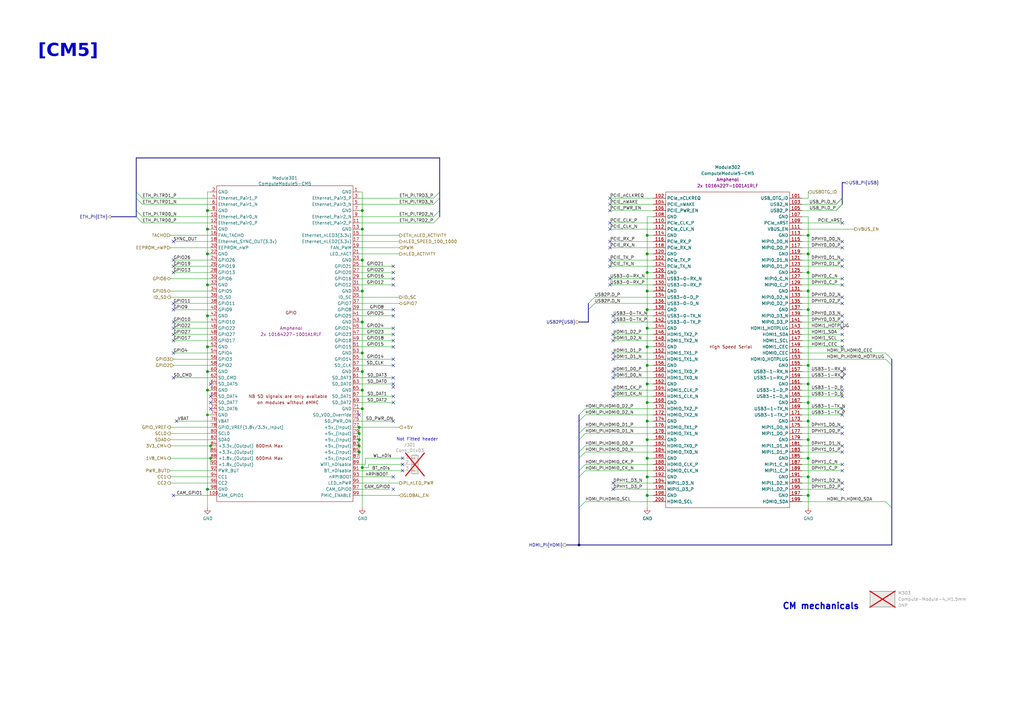
<source format=kicad_sch>
(kicad_sch (version 20231120) (generator "eeschema") (generator_version "8.0")
  (paper "A3")
  (title_block (title "CM5 MINIMA") (date "2024-12-17") (rev "1") (company "Pierluigi Colangeli"))
  (lib_symbols
    (symbol "Connector_Generic:Conn_01x03" (pin_names (offset 1.016) hide)
      (property "Reference" "J" (at 0 5.08 0))
      (property "Value" "Conn_01x03" (at 0 -5.08 0))
      (symbol "Conn_01x03_1_1"
        (rectangle (start -1.27 -2.413) (end 0 -2.667) (stroke (width 0.1524)))
        (rectangle (start -1.27 0.127) (end 0 -0.127) (stroke (width 0.1524)))
        (rectangle (start -1.27 2.667) (end 0 2.413) (stroke (width 0.1524)))
        (rectangle (start -1.27 3.81) (end 1.27 -3.81) (stroke (width 0.254)) (fill (type background)))
        (pin passive line (at -5.08 2.54 0) (length 3.81) (name "Pin_1") (number "1"))
        (pin passive line (at -5.08 0 0) (length 3.81) (name "Pin_2") (number "2"))
        (pin passive line (at -5.08 -2.54 0) (length 3.81) (name "Pin_3") (number "3"))
      )
    )
    (symbol "New_Library:ComputeModule5-CM5_GPIO"
      (property "Reference" "Module301" (at -2.54 61.595 0))
      (property "Value" "ComputeModule5-CM5_GPIO" (at -2.54 59.2836 0))
      (property "Field4" "Amphenol" (at 0 0 0))
      (property "Field5" "2x 10164227-1001A1RLF" (at 0 -2.54 0))
      (symbol "ComputeModule5-CM5_GPIO_1_0"
        (text "GPIO" (at 0 6.35 0) (effects (font (size 1.27 1.27))))
      )
      (symbol "ComputeModule5-CM5_GPIO_1_1"
        (rectangle (start -30.48 -71.12) (end 25.4 58.42))
        (text "600mA Max" (at -8.89 -53.34 0) (effects (font (size 1.27 1.27))))
        (text "600mA Max" (at -8.89 -48.26 0) (effects (font (size 1.27 1.27))))
        (text "NB SD signals are only available" (at -1.27 -27.94 0) (effects (font (size 1.27 1.27))))
        (text "on modules without eMMC" (at -1.27 -30.48 0) (effects (font (size 1.27 1.27))))
        (pin power_in line (at 27.94 55.88 180) (length 2.54) (name "GND") (number "1"))
        (pin passive line (at -33.02 45.72 0) (length 2.54) (name "Ethernet_Pair0_N") (number "10"))
        (pin passive line (at -33.02 -68.58 0) (length 2.54) (name "CAM_GPIO1") (number "100"))
        (pin passive line (at 27.94 43.18 180) (length 2.54) (name "Ethernet_Pair2_P") (number "11"))
        (pin passive line (at -33.02 43.18 0) (length 2.54) (name "Ethernet_Pair0_P") (number "12"))
        (pin power_in line (at 27.94 40.64 180) (length 2.54) (name "GND") (number "13"))
        (pin power_in line (at -33.02 40.64 0) (length 2.54) (name "GND") (number "14"))
        (pin output line (at 27.94 38.1 180) (length 2.54) (name "Ethernet_nLED3(3.3v)") (number "15"))
        (pin input line (at -33.02 38.1 0) (length 2.54) (name "FAN_TACHO") (number "16"))
        (pin output line (at 27.94 35.56 180) (length 2.54) (name "Ethernet_nLED2(3.3v)") (number "17"))
        (pin input line (at -33.02 35.56 0) (length 2.54) (name "Ethernet_SYNC_OUT(3.3v)") (number "18"))
        (pin output line (at 27.94 33.02 180) (length 2.54) (name "FAN_PWM") (number "19"))
        (pin power_in line (at -33.02 55.88 0) (length 2.54) (name "GND") (number "2"))
        (pin passive line (at -33.02 33.02 0) (length 2.54) (name "EEPROM_nWP") (number "20"))
        (pin open_collector line (at 27.94 30.48 180) (length 2.54) (name "LED_nACT") (number "21"))
        (pin power_in line (at -33.02 30.48 0) (length 2.54) (name "GND") (number "22"))
        (pin power_in line (at 27.94 27.94 180) (length 2.54) (name "GND") (number "23"))
        (pin passive line (at -33.02 27.94 0) (length 2.54) (name "GPIO26") (number "24"))
        (pin passive line (at 27.94 25.4 180) (length 2.54) (name "GPIO21") (number "25"))
        (pin passive line (at -33.02 25.4 0) (length 2.54) (name "GPIO19") (number "26"))
        (pin passive line (at 27.94 22.86 180) (length 2.54) (name "GPIO20") (number "27"))
        (pin passive line (at -33.02 22.86 0) (length 2.54) (name "GPIO13") (number "28"))
        (pin passive line (at 27.94 20.32 180) (length 2.54) (name "GPIO16") (number "29"))
        (pin passive line (at 27.94 53.34 180) (length 2.54) (name "Ethernet_Pair3_P") (number "3"))
        (pin passive line (at -33.02 20.32 0) (length 2.54) (name "GPIO6") (number "30"))
        (pin passive line (at 27.94 17.78 180) (length 2.54) (name "GPIO12") (number "31"))
        (pin power_in line (at -33.02 17.78 0) (length 2.54) (name "GND") (number "32"))
        (pin power_in line (at 27.94 15.24 180) (length 2.54) (name "GND") (number "33"))
        (pin passive line (at -33.02 15.24 0) (length 2.54) (name "GPIO5") (number "34"))
        (pin passive line (at 27.94 12.7 180) (length 2.54) (name "ID_SC") (number "35"))
        (pin passive line (at -33.02 12.7 0) (length 2.54) (name "ID_SD") (number "36"))
        (pin passive line (at 27.94 10.16 180) (length 2.54) (name "GPIO7") (number "37"))
        (pin passive line (at -33.02 10.16 0) (length 2.54) (name "GPIO11") (number "38"))
        (pin passive line (at 27.94 7.62 180) (length 2.54) (name "GPIO8") (number "39"))
        (pin passive line (at -33.02 53.34 0) (length 2.54) (name "Ethernet_Pair1_P") (number "4"))
        (pin passive line (at -33.02 7.62 0) (length 2.54) (name "GPIO9") (number "40"))
        (pin passive line (at 27.94 5.08 180) (length 2.54) (name "GPIO25") (number "41"))
        (pin power_in line (at -33.02 5.08 0) (length 2.54) (name "GND") (number "42"))
        (pin power_in line (at 27.94 2.54 180) (length 2.54) (name "GND") (number "43"))
        (pin passive line (at -33.02 2.54 0) (length 2.54) (name "GPIO10") (number "44"))
        (pin passive line (at 27.94 0 180) (length 2.54) (name "GPIO24") (number "45"))
        (pin passive line (at -33.02 0 0) (length 2.54) (name "GPIO22") (number "46"))
        (pin passive line (at 27.94 -2.54 180) (length 2.54) (name "GPIO23") (number "47"))
        (pin passive line (at -33.02 -2.54 0) (length 2.54) (name "GPIO27") (number "48"))
        (pin passive line (at 27.94 -5.08 180) (length 2.54) (name "GPIO18") (number "49"))
        (pin passive line (at 27.94 50.8 180) (length 2.54) (name "Ethernet_Pair3_N") (number "5"))
        (pin passive line (at -33.02 -5.08 0) (length 2.54) (name "GPIO17") (number "50"))
        (pin passive line (at 27.94 -7.62 180) (length 2.54) (name "GPIO15") (number "51"))
        (pin power_in line (at -33.02 -7.62 0) (length 2.54) (name "GND") (number "52"))
        (pin power_in line (at 27.94 -10.16 180) (length 2.54) (name "GND") (number "53"))
        (pin passive line (at -33.02 -10.16 0) (length 2.54) (name "GPIO4") (number "54"))
        (pin passive line (at 27.94 -12.7 180) (length 2.54) (name "GPIO14") (number "55"))
        (pin passive line (at -33.02 -12.7 0) (length 2.54) (name "GPIO3") (number "56"))
        (pin passive line (at 27.94 -15.24 180) (length 2.54) (name "SD_CLK") (number "57"))
        (pin passive line (at -33.02 -15.24 0) (length 2.54) (name "GPIO2") (number "58"))
        (pin power_in line (at 27.94 -17.78 180) (length 2.54) (name "GND") (number "59"))
        (pin passive line (at -33.02 50.8 0) (length 2.54) (name "Ethernet_Pair1_N") (number "6"))
        (pin power_in line (at -33.02 -17.78 0) (length 2.54) (name "GND") (number "60"))
        (pin passive line (at 27.94 -20.32 180) (length 2.54) (name "SD_DAT3") (number "61"))
        (pin passive line (at -33.02 -20.32 0) (length 2.54) (name "SD_CMD") (number "62"))
        (pin passive line (at 27.94 -22.86 180) (length 2.54) (name "SD_DAT0") (number "63"))
        (pin passive line (at -33.02 -22.86 0) (length 2.54) (name "SD_DAT5") (number "64"))
        (pin power_in line (at 27.94 -25.4 180) (length 2.54) (name "GND") (number "65"))
        (pin power_in line (at -33.02 -25.4 0) (length 2.54) (name "GND") (number "66"))
        (pin passive line (at 27.94 -27.94 180) (length 2.54) (name "SD_DAT1") (number "67"))
        (pin passive line (at -33.02 -27.94 0) (length 2.54) (name "SD_DAT4") (number "68"))
        (pin passive line (at 27.94 -30.48 180) (length 2.54) (name "SD_DAT2") (number "69"))
        (pin power_in line (at 27.94 48.26 180) (length 2.54) (name "GND") (number "7"))
        (pin passive line (at -33.02 -30.48 0) (length 2.54) (name "SD_DAT7") (number "70"))
        (pin power_in line (at 27.94 -33.02 180) (length 2.54) (name "GND") (number "71"))
        (pin passive line (at -33.02 -33.02 0) (length 2.54) (name "SD_DAT6") (number "72"))
        (pin input line (at 27.94 -35.56 180) (length 2.54) (name "SD_VDD_Override") (number "73"))
        (pin power_in line (at -33.02 -35.56 0) (length 2.54) (name "GND") (number "74"))
        (pin output line (at 27.94 -38.1 180) (length 2.54) (name "SD_PWR_ON") (number "75"))
        (pin passive line (at -33.02 -38.1 0) (length 2.54) (name "VBAT") (number "76"))
        (pin power_in line (at 27.94 -40.64 180) (length 2.54) (name "+5v_(Input)") (number "77"))
        (pin power_in line (at -33.02 -40.64 0) (length 2.54) (name "GPIO_VREF(1.8v/3.3v_Input)") (number "78"))
        (pin power_in line (at 27.94 -43.18 180) (length 2.54) (name "+5v_(Input)") (number "79"))
        (pin power_in line (at -33.02 48.26 0) (length 2.54) (name "GND") (number "8"))
        (pin passive line (at -33.02 -43.18 0) (length 2.54) (name "SCL0") (number "80"))
        (pin power_in line (at 27.94 -45.72 180) (length 2.54) (name "+5v_(Input)") (number "81"))
        (pin passive line (at -33.02 -45.72 0) (length 2.54) (name "SDA0") (number "82"))
        (pin power_in line (at 27.94 -48.26 180) (length 2.54) (name "+5v_(Input)") (number "83"))
        (pin power_out line (at -33.02 -48.26 0) (length 2.54) (name "+3.3v_(Output)") (number "84"))
        (pin power_in line (at 27.94 -50.8 180) (length 2.54) (name "+5v_(Input)") (number "85"))
        (pin passive line (at -33.02 -50.8 0) (length 2.54) (name "+3.3v_(Output)") (number "86"))
        (pin power_in line (at 27.94 -53.34 180) (length 2.54) (name "+5v_(Input)") (number "87"))
        (pin power_out line (at -33.02 -53.34 0) (length 2.54) (name "+1.8v_(Output)") (number "88"))
        (pin input line (at 27.94 -55.88 180) (length 2.54) (name "WiFi_nDisable") (number "89"))
        (pin passive line (at 27.94 45.72 180) (length 2.54) (name "Ethernet_Pair2_N") (number "9"))
        (pin passive line (at -33.02 -55.88 0) (length 2.54) (name "+1.8v_(Output)") (number "90"))
        (pin input line (at 27.94 -58.42 180) (length 2.54) (name "BT_nDisable") (number "91"))
        (pin passive line (at -33.02 -58.42 0) (length 2.54) (name "PWR_BUT") (number "92"))
        (pin input line (at 27.94 -60.96 180) (length 2.54) (name "nRPIBOOT") (number "93"))
        (pin passive line (at -33.02 -60.96 0) (length 2.54) (name "CC1") (number "94"))
        (pin output line (at 27.94 -63.5 180) (length 2.54) (name "LED_nPWR") (number "95"))
        (pin passive line (at -33.02 -63.5 0) (length 2.54) (name "CC2") (number "96"))
        (pin passive line (at 27.94 -66.04 180) (length 2.54) (name "CAM_GPIO0") (number "97"))
        (pin power_in line (at -33.02 -66.04 0) (length 2.54) (name "GND") (number "98"))
        (pin input line (at 27.94 -68.58 180) (length 2.54) (name "PMIC_ENABLE") (number "99"))
      )
    )
    (symbol "New_Library:ComputeModule5-CM5_HSS"
      (property "Reference" "Module301" (at -2.54 61.595 0))
      (property "Value" "ComputeModule5-CM5" (at -2.54 59.2836 0))
      (property "Field4" "Amphenol" (at 1.27 2.54 0))
      (property "Field5" "2x 10164227-1001A1RLF" (at 1.27 0 0))
      (symbol "ComputeModule5-CM5_HSS_1_1"
        (rectangle (start -25.4 -72.39) (end 25.4 57.15))
        (text "High Speed Serial" (at 1.27 -6.35 0) (effects (font (size 1.27 1.27))))
        (pin input line (at 30.48 54.61 180) (length 5.08) (name "USB_OTG_ID") (number "101"))
        (pin input line (at -30.48 54.61 0) (length 5.08) (name "PCIe_nCLKREQ") (number "102"))
        (pin passive line (at 30.48 52.07 180) (length 5.08) (name "USB2_N") (number "103"))
        (pin input line (at -30.48 52.07 0) (length 5.08) (name "PCIE_nWAKE") (number "104"))
        (pin passive line (at 30.48 49.53 180) (length 5.08) (name "USB2_P") (number "105"))
        (pin output line (at -30.48 49.53 0) (length 5.08) (name "PCIE_PWR_EN") (number "106"))
        (pin power_in line (at 30.48 46.99 180) (length 5.08) (name "GND") (number "107"))
        (pin power_in line (at -30.48 46.99 0) (length 5.08) (name "GND") (number "108"))
        (pin output line (at 30.48 44.45 180) (length 5.08) (name "PCIe_nRST") (number "109"))
        (pin output line (at -30.48 44.45 0) (length 5.08) (name "PCIe_CLK_P") (number "110"))
        (pin output line (at 30.48 41.91 180) (length 5.08) (name "VBUS_EN") (number "111"))
        (pin output line (at -30.48 41.91 0) (length 5.08) (name "PCIe_CLK_N") (number "112"))
        (pin power_in line (at 30.48 39.37 180) (length 5.08) (name "GND") (number "113"))
        (pin power_in line (at -30.48 39.37 0) (length 5.08) (name "GND") (number "114"))
        (pin input line (at 30.48 36.83 180) (length 5.08) (name "MIPI0_D0_N") (number "115"))
        (pin input line (at -30.48 36.83 0) (length 5.08) (name "PCIe_RX_P") (number "116"))
        (pin input line (at 30.48 34.29 180) (length 5.08) (name "MIPI0_D0_P") (number "117"))
        (pin input line (at -30.48 34.29 0) (length 5.08) (name "PCIe_RX_N") (number "118"))
        (pin power_in line (at 30.48 31.75 180) (length 5.08) (name "GND") (number "119"))
        (pin power_in line (at -30.48 31.75 0) (length 5.08) (name "GND") (number "120"))
        (pin input line (at 30.48 29.21 180) (length 5.08) (name "MIPI0_D1_N") (number "121"))
        (pin output line (at -30.48 29.21 0) (length 5.08) (name "PCIe_TX_P") (number "122"))
        (pin input line (at 30.48 26.67 180) (length 5.08) (name "MIPI0_D1_P") (number "123"))
        (pin output line (at -30.48 26.67 0) (length 5.08) (name "PCIe_TX_N") (number "124"))
        (pin power_in line (at 30.48 24.13 180) (length 5.08) (name "GND") (number "125"))
        (pin power_in line (at -30.48 24.13 0) (length 5.08) (name "GND") (number "126"))
        (pin input line (at 30.48 21.59 180) (length 5.08) (name "MIPI0_C_N") (number "127"))
        (pin input line (at -30.48 21.59 0) (length 5.08) (name "USB3-0-RX_N") (number "128"))
        (pin input line (at 30.48 19.05 180) (length 5.08) (name "MIPI0_C_P") (number "129"))
        (pin input line (at -30.48 19.05 0) (length 5.08) (name "USB3-0-RX_P") (number "130"))
        (pin power_in line (at 30.48 16.51 180) (length 5.08) (name "GND") (number "131"))
        (pin power_in line (at -30.48 16.51 0) (length 5.08) (name "GND") (number "132"))
        (pin input line (at 30.48 13.97 180) (length 5.08) (name "MIPI0_D2_N") (number "133"))
        (pin passive line (at -30.48 13.97 0) (length 5.08) (name "USB3-0-D_P") (number "134"))
        (pin input line (at 30.48 11.43 180) (length 5.08) (name "MIPI0_D2_P") (number "135"))
        (pin passive line (at -30.48 11.43 0) (length 5.08) (name "USB3-0-D_N") (number "136"))
        (pin power_in line (at 30.48 8.89 180) (length 5.08) (name "GND") (number "137"))
        (pin power_in line (at -30.48 8.89 0) (length 5.08) (name "GND") (number "138"))
        (pin input line (at 30.48 6.35 180) (length 5.08) (name "MIPI0_D3_N") (number "139"))
        (pin output line (at -30.48 6.35 0) (length 5.08) (name "USB3-0-TX_N") (number "140"))
        (pin input line (at 30.48 3.81 180) (length 5.08) (name "MIPI0_D3_P") (number "141"))
        (pin output line (at -30.48 3.81 0) (length 5.08) (name "USB3-0-TX_P") (number "142"))
        (pin input line (at 30.48 1.27 180) (length 5.08) (name "HDMI1_HOTPLUG") (number "143"))
        (pin power_in line (at -30.48 1.27 0) (length 5.08) (name "GND") (number "144"))
        (pin bidirectional line (at 30.48 -1.27 180) (length 5.08) (name "HDMI1_SDA") (number "145"))
        (pin output line (at -30.48 -1.27 0) (length 5.08) (name "HDMI1_TX2_P") (number "146"))
        (pin open_collector line (at 30.48 -3.81 180) (length 5.08) (name "HDMI1_SCL") (number "147"))
        (pin output line (at -30.48 -3.81 0) (length 5.08) (name "HDMI1_TX2_N") (number "148"))
        (pin open_collector line (at 30.48 -6.35 180) (length 5.08) (name "HDMI1_CEC") (number "149"))
        (pin power_in line (at -30.48 -6.35 0) (length 5.08) (name "GND") (number "150"))
        (pin open_collector line (at 30.48 -8.89 180) (length 5.08) (name "HDMI0_CEC") (number "151"))
        (pin output line (at -30.48 -8.89 0) (length 5.08) (name "HDMI1_TX1_P") (number "152"))
        (pin input line (at 30.48 -11.43 180) (length 5.08) (name "HDMI0_HOTPLUG") (number "153"))
        (pin output line (at -30.48 -11.43 0) (length 5.08) (name "HDMI1_TX1_N") (number "154"))
        (pin power_in line (at 30.48 -13.97 180) (length 5.08) (name "GND") (number "155"))
        (pin power_in line (at -30.48 -13.97 0) (length 5.08) (name "GND") (number "156"))
        (pin input line (at 30.48 -16.51 180) (length 5.08) (name "USB3-1-RX_N") (number "157"))
        (pin output line (at -30.48 -16.51 0) (length 5.08) (name "HDMI1_TX0_P") (number "158"))
        (pin input line (at 30.48 -19.05 180) (length 5.08) (name "USB3-1-RX_P") (number "159"))
        (pin output line (at -30.48 -19.05 0) (length 5.08) (name "HDMI1_TX0_N") (number "160"))
        (pin power_in line (at 30.48 -21.59 180) (length 5.08) (name "GND") (number "161"))
        (pin power_in line (at -30.48 -21.59 0) (length 5.08) (name "GND") (number "162"))
        (pin passive line (at 30.48 -24.13 180) (length 5.08) (name "USB3-1-D_P") (number "163"))
        (pin output line (at -30.48 -24.13 0) (length 5.08) (name "HDMI1_CLK_P") (number "164"))
        (pin passive line (at 30.48 -26.67 180) (length 5.08) (name "USB3-1-D_N") (number "165"))
        (pin output line (at -30.48 -26.67 0) (length 5.08) (name "HDMI1_CLK_N") (number "166"))
        (pin power_in line (at 30.48 -29.21 180) (length 5.08) (name "GND") (number "167"))
        (pin power_in line (at -30.48 -29.21 0) (length 5.08) (name "GND") (number "168"))
        (pin output line (at 30.48 -31.75 180) (length 5.08) (name "USB3-1-TX_N") (number "169"))
        (pin output line (at -30.48 -31.75 0) (length 5.08) (name "HDMI0_TX2_P") (number "170"))
        (pin output line (at 30.48 -34.29 180) (length 5.08) (name "USB3-1-TX_P") (number "171"))
        (pin output line (at -30.48 -34.29 0) (length 5.08) (name "HDMI0_TX2_N") (number "172"))
        (pin power_in line (at 30.48 -36.83 180) (length 5.08) (name "GND") (number "173"))
        (pin power_in line (at -30.48 -36.83 0) (length 5.08) (name "GND") (number "174"))
        (pin output line (at 30.48 -39.37 180) (length 5.08) (name "MIPI1_D0_N") (number "175"))
        (pin output line (at -30.48 -39.37 0) (length 5.08) (name "HDMI0_TX1_P") (number "176"))
        (pin output line (at 30.48 -41.91 180) (length 5.08) (name "MIPI1_D0_P") (number "177"))
        (pin output line (at -30.48 -41.91 0) (length 5.08) (name "HDMI0_TX1_N") (number "178"))
        (pin power_in line (at 30.48 -44.45 180) (length 5.08) (name "GND") (number "179"))
        (pin power_in line (at -30.48 -44.45 0) (length 5.08) (name "GND") (number "180"))
        (pin output line (at 30.48 -46.99 180) (length 5.08) (name "MIPI1_D1_N") (number "181"))
        (pin output line (at -30.48 -46.99 0) (length 5.08) (name "HDMI0_TX0_P") (number "182"))
        (pin output line (at 30.48 -49.53 180) (length 5.08) (name "MIPI1_D1_P") (number "183"))
        (pin output line (at -30.48 -49.53 0) (length 5.08) (name "HDMI0_TX0_N") (number "184"))
        (pin power_in line (at 30.48 -52.07 180) (length 5.08) (name "GND") (number "185"))
        (pin power_in line (at -30.48 -52.07 0) (length 5.08) (name "GND") (number "186"))
        (pin output line (at 30.48 -54.61 180) (length 5.08) (name "MIPI1_C_N") (number "187"))
        (pin output line (at -30.48 -54.61 0) (length 5.08) (name "HDMI0_CLK_P") (number "188"))
        (pin output line (at 30.48 -57.15 180) (length 5.08) (name "MIPI1_C_P") (number "189"))
        (pin output line (at -30.48 -57.15 0) (length 5.08) (name "HDMI0_CLK_N") (number "190"))
        (pin power_in line (at 30.48 -59.69 180) (length 5.08) (name "GND") (number "191"))
        (pin power_in line (at -30.48 -59.69 0) (length 5.08) (name "GND") (number "192"))
        (pin output line (at 30.48 -62.23 180) (length 5.08) (name "MIPI1_D2_N") (number "193"))
        (pin output line (at -30.48 -62.23 0) (length 5.08) (name "MIPI1_D3_N") (number "194"))
        (pin output line (at 30.48 -64.77 180) (length 5.08) (name "MIPI1_D2_P") (number "195"))
        (pin output line (at -30.48 -64.77 0) (length 5.08) (name "MIPI1_D3_P") (number "196"))
        (pin power_in line (at 30.48 -67.31 180) (length 5.08) (name "GND") (number "197"))
        (pin power_in line (at -30.48 -67.31 0) (length 5.08) (name "GND") (number "198"))
        (pin bidirectional line (at 30.48 -69.85 180) (length 5.08) (name "HDMI0_SDA") (number "199"))
        (pin open_collector line (at -30.48 -69.85 0) (length 5.08) (name "HDMI0_SCL") (number "200"))
      )
    )
    (symbol "antmicroModules:Compute-Module-4_H1.5mm" (in_bom no)
      (property "Reference" "A" (at 17.78 -2.54 0))
      (property "MPN" "SC0294" (at 21.59 -20.32 0))
      (symbol "Compute-Module-4_H1.5mm_1_1"
        (rectangle (start 10.16 -6.35) (end 0 0) (stroke (width 0.254)) (fill (type background)))
      )
    )
    (symbol "power:GND" (power) (pin_numbers hide) (pin_names (offset 0) hide)
      (property "Value" "GND" (at 0 -3.81 0))
      (symbol "GND_0_1"
        (polyline (pts (xy 0 0) (xy 0 -1.27) (xy 1.27 -1.27) (xy 0 -2.54) (xy -1.27 -1.27) (xy 0 -1.27)))
      )
      (symbol "GND_1_1"
        (pin power_in line (at 0 0 270) (length 0) (name "~") (number "1"))
      )
    )
  )
  (junction (at 331.47 119.38) (diameter 1.016))
  (junction (at 331.47 172.72) (diameter 1.016))
  (junction (at 331.47 195.58) (diameter 1.016))
  (junction (at 148.59 167.64) (diameter 1.016))
  (junction (at 85.09 93.98) (diameter 1.016))
  (junction (at 265.43 172.72) (diameter 1.016))
  (junction (at 147.32 185.42) (diameter 1.016))
  (junction (at 147.32 177.8) (diameter 1.016))
  (junction (at 265.43 119.38) (diameter 1.016))
  (junction (at 85.09 104.14) (diameter 1.016))
  (junction (at 148.59 191.77) (diameter 1.016))
  (junction (at 148.59 144.78) (diameter 1.016))
  (junction (at 148.59 86.36) (diameter 1.016))
  (junction (at 147.32 182.88) (diameter 1.016))
  (junction (at 265.43 134.62) (diameter 1.016))
  (junction (at 265.43 187.96) (diameter 1.016))
  (junction (at 265.43 157.48) (diameter 1.016))
  (junction (at 265.43 165.1) (diameter 1.016))
  (junction (at 85.09 129.54) (diameter 1.016))
  (junction (at 86.36 187.96))
  (junction (at 265.43 203.2) (diameter 1.016))
  (junction (at 148.59 119.38) (diameter 1.016))
  (junction (at 148.59 93.98) (diameter 1.016))
  (junction (at 331.47 104.14) (diameter 1.016))
  (junction (at 265.43 149.86) (diameter 1.016))
  (junction (at 331.47 165.1) (diameter 1.016))
  (junction (at 85.09 142.24) (diameter 1.016))
  (junction (at 147.32 180.34) (diameter 1.016))
  (junction (at 265.43 142.24) (diameter 1.016))
  (junction (at 331.47 127) (diameter 1.016))
  (junction (at 331.47 180.34) (diameter 1.016))
  (junction (at 86.36 182.88))
  (junction (at 265.43 96.52) (diameter 1.016))
  (junction (at 237.49 223.52))
  (junction (at 148.59 152.4) (diameter 1.016))
  (junction (at 85.09 200.66) (diameter 1.016))
  (junction (at 265.43 127) (diameter 1.016))
  (junction (at 148.59 106.68) (diameter 1.016))
  (junction (at 265.43 180.34) (diameter 1.016))
  (junction (at 147.32 175.26) (diameter 1.016))
  (junction (at 85.09 170.18))
  (junction (at 148.59 132.08) (diameter 1.016))
  (junction (at 265.43 195.58) (diameter 1.016))
  (junction (at 85.09 116.84) (diameter 1.016))
  (junction (at 265.43 111.76) (diameter 1.016))
  (junction (at 148.59 160.02) (diameter 1.016))
  (junction (at 85.09 152.4) (diameter 1.016))
  (junction (at 331.47 111.76) (diameter 1.016))
  (junction (at 331.47 149.86) (diameter 1.016))
  (junction (at 331.47 187.96) (diameter 1.016))
  (junction (at 85.09 160.02) (diameter 1.016))
  (junction (at 85.09 86.36) (diameter 1.016))
  (junction (at 331.47 157.48) (diameter 1.016))
  (junction (at 331.47 203.2) (diameter 1.016))
  (junction (at 265.43 104.14) (diameter 1.016))
  (junction (at 331.47 96.52) (diameter 1.016))
  (no_connect (at 345.44 116.84))
  (no_connect (at 161.29 162.56))
  (no_connect (at 71.12 154.94))
  (no_connect (at 345.44 182.88))
  (no_connect (at 345.44 190.5))
  (no_connect (at 345.44 154.94))
  (no_connect (at 345.44 99.06))
  (no_connect (at 251.46 160.02))
  (no_connect (at 345.44 106.68))
  (no_connect (at 161.29 109.22))
  (no_connect (at 345.44 193.04))
  (no_connect (at 251.46 137.16))
  (no_connect (at 161.29 200.66))
  (no_connect (at 161.29 127))
  (no_connect (at 345.44 121.92))
  (no_connect (at 250.19 109.22))
  (no_connect (at 345.44 124.46))
  (no_connect (at 345.44 170.18))
  (no_connect (at 345.44 101.6))
  (no_connect (at 345.44 175.26))
  (no_connect (at 147.32 170.18))
  (no_connect (at 345.44 109.22))
  (no_connect (at 71.12 134.62))
  (no_connect (at 86.36 157.48))
  (no_connect (at 161.29 149.86))
  (no_connect (at 86.36 167.64))
  (no_connect (at 161.29 134.62))
  (no_connect (at 71.12 111.76))
  (no_connect (at 250.19 99.06))
  (no_connect (at 250.19 81.28))
  (no_connect (at 345.44 139.7))
  (no_connect (at 161.29 129.54))
  (no_connect (at 345.44 162.56))
  (no_connect (at 161.29 142.24))
  (no_connect (at 161.29 195.58))
  (no_connect (at 251.46 198.12))
  (no_connect (at 345.44 185.42))
  (no_connect (at 161.29 154.94))
  (no_connect (at 71.12 137.16))
  (no_connect (at 71.12 127))
  (no_connect (at 250.19 106.68))
  (no_connect (at 250.19 91.44))
  (no_connect (at 161.29 114.3))
  (no_connect (at 251.46 132.08))
  (no_connect (at 345.44 160.02))
  (no_connect (at 71.12 109.22))
  (no_connect (at 251.46 154.94))
  (no_connect (at 345.44 152.4))
  (no_connect (at 345.44 137.16))
  (no_connect (at 71.12 203.2))
  (no_connect (at 165.1 187.96))
  (no_connect (at 345.44 129.54))
  (no_connect (at 250.19 93.98))
  (no_connect (at 250.19 114.3))
  (no_connect (at 86.36 165.1))
  (no_connect (at 161.29 158.75))
  (no_connect (at 71.12 124.46))
  (no_connect (at 71.12 132.08))
  (no_connect (at 165.1 190.5))
  (no_connect (at 72.39 172.72))
  (no_connect (at 251.46 200.66))
  (no_connect (at 251.46 129.54))
  (no_connect (at 250.19 83.82))
  (no_connect (at 345.44 167.64))
  (no_connect (at 161.29 157.48))
  (no_connect (at 251.46 152.4))
  (no_connect (at 161.29 139.7))
  (no_connect (at 71.12 106.68))
  (no_connect (at 251.46 144.78))
  (no_connect (at 165.1 193.04))
  (no_connect (at 71.12 99.06))
  (no_connect (at 345.44 198.12))
  (no_connect (at 250.19 86.36))
  (no_connect (at 345.44 177.8))
  (no_connect (at 161.29 111.76))
  (no_connect (at 161.29 137.16))
  (no_connect (at 161.29 116.84))
  (no_connect (at 345.44 200.66))
  (no_connect (at 71.12 144.78))
  (no_connect (at 251.46 162.56))
  (no_connect (at 161.29 147.32))
  (no_connect (at 251.46 147.32))
  (no_connect (at 250.19 116.84))
  (no_connect (at 251.46 139.7))
  (no_connect (at 71.12 139.7))
  (no_connect (at 161.29 165.1))
  (no_connect (at 161.29 172.72))
  (no_connect (at 345.44 91.44))
  (no_connect (at 345.44 114.3))
  (no_connect (at 345.44 132.08))
  (no_connect (at 250.19 101.6))
  (no_connect (at 86.36 162.56))
  (no_connect (at 345.44 142.24))
  (no_connect (at 345.44 134.62))
  (bus_entry (at 55.88 86.36) (size 2.54 2.54))
  (bus_entry (at 345.44 83.82) (size -2.54 2.54))
  (bus_entry (at 177.8 91.44) (size 2.54 -2.54))
  (bus_entry (at 342.9 83.82) (size 2.54 -2.54))
  (bus_entry (at 55.88 88.9) (size 2.54 2.54))
  (bus_entry (at 342.9 86.36) (size 2.54 -2.54))
  (bus_entry (at 363.22 144.78) (size 2.54 2.54))
  (bus_entry (at 55.88 81.28) (size 2.54 2.54))
  (bus_entry (at 177.8 81.28) (size 2.54 -2.54))
  (bus_entry (at 240.03 205.74) (size -2.54 2.54))
  (bus_entry (at 240.03 182.88) (size -2.54 2.54))
  (bus_entry (at 241.3 124.46) (size 2.54 -2.54))
  (bus_entry (at 240.03 170.18) (size -2.54 2.54))
  (bus_entry (at 241.3 127) (size 2.54 -2.54))
  (bus_entry (at 345.44 81.28) (size -2.54 2.54))
  (bus_entry (at 55.88 78.74) (size 2.54 2.54))
  (bus_entry (at 240.03 175.26) (size -2.54 2.54))
  (bus_entry (at 177.8 88.9) (size 2.54 -2.54))
  (bus_entry (at 240.03 193.04) (size -2.54 2.54))
  (bus_entry (at 240.03 185.42) (size -2.54 2.54))
  (bus_entry (at 363.22 205.74) (size 2.54 2.54))
  (bus_entry (at 240.03 177.8) (size -2.54 2.54))
  (bus_entry (at 363.22 147.32) (size 2.54 2.54))
  (bus_entry (at 240.03 190.5) (size -2.54 2.54))
  (bus_entry (at 177.8 83.82) (size 2.54 -2.54))
  (bus_entry (at 240.03 167.64) (size -2.54 2.54))
  (wire (pts (xy 251.46 139.7) (xy 267.97 139.7)))
  (wire (pts (xy 85.09 93.98) (xy 85.09 86.36)))
  (wire (pts (xy 250.19 106.68) (xy 267.97 106.68)))
  (bus (pts (xy 237.49 187.96) (xy 237.49 193.04)))
  (wire (pts (xy 147.32 203.2) (xy 163.83 203.2)))
  (wire (pts (xy 149.86 187.96) (xy 165.1 187.96)))
  (wire (pts (xy 148.59 78.74) (xy 148.59 86.36)))
  (wire (pts (xy 69.85 96.52) (xy 86.36 96.52)))
  (wire (pts (xy 240.03 182.88) (xy 267.97 182.88)))
  (wire (pts (xy 69.85 177.8) (xy 86.36 177.8)))
  (wire (pts (xy 85.09 152.4) (xy 85.09 160.02)))
  (wire (pts (xy 85.09 116.84) (xy 86.36 116.84)))
  (bus (pts (xy 237.49 185.42) (xy 237.49 187.96)))
  (wire (pts (xy 331.47 172.72) (xy 331.47 180.34)))
  (bus (pts (xy 55.88 81.28) (xy 55.88 86.36)))
  (wire (pts (xy 331.47 187.96) (xy 331.47 195.58)))
  (wire (pts (xy 251.46 129.54) (xy 267.97 129.54)))
  (wire (pts (xy 251.46 200.66) (xy 267.97 200.66)))
  (wire (pts (xy 267.97 162.56) (xy 251.46 162.56)))
  (wire (pts (xy 328.93 152.4) (xy 345.44 152.4)))
  (wire (pts (xy 71.12 127) (xy 86.36 127)))
  (wire (pts (xy 328.93 86.36) (xy 342.9 86.36)))
  (wire (pts (xy 331.47 127) (xy 331.47 119.38)))
  (wire (pts (xy 265.43 195.58) (xy 265.43 203.2)))
  (wire (pts (xy 85.09 116.84) (xy 85.09 129.54)))
  (bus (pts (xy 180.34 81.28) (xy 180.34 86.36)))
  (wire (pts (xy 147.32 96.52) (xy 163.83 96.52)))
  (wire (pts (xy 58.42 88.9) (xy 86.36 88.9)))
  (wire (pts (xy 69.85 187.96) (xy 86.36 187.96)))
  (wire (pts (xy 147.32 114.3) (xy 161.29 114.3)))
  (wire (pts (xy 161.29 149.86) (xy 147.32 149.86)))
  (wire (pts (xy 265.43 96.52) (xy 265.43 104.14)))
  (wire (pts (xy 328.93 165.1) (xy 331.47 165.1)))
  (wire (pts (xy 69.85 193.04) (xy 86.36 193.04)))
  (wire (pts (xy 85.09 160.02) (xy 85.09 170.18)))
  (wire (pts (xy 328.93 149.86) (xy 331.47 149.86)))
  (wire (pts (xy 331.47 203.2) (xy 331.47 208.28)))
  (wire (pts (xy 58.42 83.82) (xy 86.36 83.82)))
  (wire (pts (xy 147.32 198.12) (xy 163.83 198.12)))
  (wire (pts (xy 251.46 154.94) (xy 267.97 154.94)))
  (wire (pts (xy 267.97 203.2) (xy 265.43 203.2)))
  (wire (pts (xy 250.19 93.98) (xy 267.97 93.98)))
  (bus (pts (xy 232.41 223.52) (xy 237.49 223.52)))
  (wire (pts (xy 328.93 139.7) (xy 345.44 139.7)))
  (wire (pts (xy 328.93 109.22) (xy 345.44 109.22)))
  (bus (pts (xy 241.3 124.46) (xy 241.3 127)))
  (wire (pts (xy 147.32 175.26) (xy 163.83 175.26)))
  (wire (pts (xy 331.47 195.58) (xy 331.47 203.2)))
  (wire (pts (xy 85.09 142.24) (xy 85.09 152.4)))
  (wire (pts (xy 331.47 78.74) (xy 331.47 81.28)))
  (wire (pts (xy 147.32 86.36) (xy 148.59 86.36)))
  (wire (pts (xy 331.47 180.34) (xy 331.47 187.96)))
  (bus (pts (xy 345.44 81.28) (xy 345.44 83.82)))
  (wire (pts (xy 148.59 78.74) (xy 147.32 78.74)))
  (wire (pts (xy 328.93 185.42) (xy 345.44 185.42)))
  (wire (pts (xy 328.93 96.52) (xy 331.47 96.52)))
  (wire (pts (xy 147.32 152.4) (xy 148.59 152.4)))
  (wire (pts (xy 147.32 116.84) (xy 161.29 116.84)))
  (wire (pts (xy 147.32 157.48) (xy 161.29 157.48)))
  (wire (pts (xy 328.93 142.24) (xy 345.44 142.24)))
  (wire (pts (xy 328.93 157.48) (xy 331.47 157.48)))
  (wire (pts (xy 69.85 114.3) (xy 86.36 114.3)))
  (wire (pts (xy 265.43 119.38) (xy 267.97 119.38)))
  (bus (pts (xy 55.88 86.36) (xy 55.88 88.9)))
  (wire (pts (xy 328.93 127) (xy 331.47 127)))
  (wire (pts (xy 147.32 139.7) (xy 161.29 139.7)))
  (wire (pts (xy 148.59 93.98) (xy 148.59 106.68)))
  (wire (pts (xy 250.19 114.3) (xy 267.97 114.3)))
  (wire (pts (xy 147.32 134.62) (xy 161.29 134.62)))
  (wire (pts (xy 147.32 182.88) (xy 147.32 185.42)))
  (wire (pts (xy 331.47 104.14) (xy 331.47 96.52)))
  (wire (pts (xy 85.09 200.66) (xy 85.09 208.28)))
  (wire (pts (xy 331.47 127) (xy 331.47 149.86)))
  (bus (pts (xy 180.34 64.77) (xy 180.34 78.74)))
  (wire (pts (xy 69.85 101.6) (xy 86.36 101.6)))
  (wire (pts (xy 147.32 175.26) (xy 147.32 177.8)))
  (wire (pts (xy 328.93 147.32) (xy 363.22 147.32)))
  (wire (pts (xy 331.47 157.48) (xy 331.47 165.1)))
  (wire (pts (xy 251.46 198.12) (xy 267.97 198.12)))
  (wire (pts (xy 265.43 88.9) (xy 265.43 96.52)))
  (wire (pts (xy 265.43 149.86) (xy 267.97 149.86)))
  (wire (pts (xy 151.13 190.5) (xy 165.1 190.5)))
  (wire (pts (xy 267.97 101.6) (xy 250.19 101.6)))
  (bus (pts (xy 237.49 172.72) (xy 237.49 177.8)))
  (wire (pts (xy 71.12 144.78) (xy 86.36 144.78)))
  (wire (pts (xy 328.93 190.5) (xy 345.44 190.5)))
  (wire (pts (xy 250.19 116.84) (xy 267.97 116.84)))
  (wire (pts (xy 161.29 154.94) (xy 147.32 154.94)))
  (wire (pts (xy 148.59 106.68) (xy 148.59 119.38)))
  (wire (pts (xy 251.46 147.32) (xy 267.97 147.32)))
  (wire (pts (xy 328.93 93.98) (xy 350.52 93.98)))
  (bus (pts (xy 55.88 64.77) (xy 55.88 78.74)))
  (wire (pts (xy 147.32 167.64) (xy 148.59 167.64)))
  (wire (pts (xy 251.46 137.16) (xy 267.97 137.16)))
  (wire (pts (xy 250.19 91.44) (xy 267.97 91.44)))
  (wire (pts (xy 265.43 104.14) (xy 265.43 111.76)))
  (wire (pts (xy 86.36 190.5) (xy 86.36 187.96)))
  (wire (pts (xy 147.32 195.58) (xy 161.29 195.58)))
  (wire (pts (xy 71.12 147.32) (xy 86.36 147.32)))
  (wire (pts (xy 328.93 198.12) (xy 345.44 198.12)))
  (wire (pts (xy 69.85 121.92) (xy 86.36 121.92)))
  (wire (pts (xy 243.84 121.92) (xy 267.97 121.92)))
  (wire (pts (xy 240.03 190.5) (xy 267.97 190.5)))
  (wire (pts (xy 147.32 93.98) (xy 148.59 93.98)))
  (bus (pts (xy 55.88 78.74) (xy 55.88 81.28)))
  (wire (pts (xy 71.12 111.76) (xy 86.36 111.76)))
  (wire (pts (xy 147.32 104.14) (xy 163.83 104.14)))
  (wire (pts (xy 85.09 170.18) (xy 85.09 200.66)))
  (wire (pts (xy 69.85 198.12) (xy 86.36 198.12)))
  (wire (pts (xy 149.86 190.5) (xy 149.86 187.96)))
  (wire (pts (xy 251.46 160.02) (xy 267.97 160.02)))
  (wire (pts (xy 148.59 191.77) (xy 151.13 191.77)))
  (bus (pts (xy 237.49 195.58) (xy 237.49 208.28)))
  (bus (pts (xy 241.3 127) (xy 241.3 132.08)))
  (wire (pts (xy 148.59 167.64) (xy 148.59 191.77)))
  (wire (pts (xy 147.32 190.5) (xy 149.86 190.5)))
  (wire (pts (xy 147.32 99.06) (xy 163.83 99.06)))
  (wire (pts (xy 328.93 106.68) (xy 345.44 106.68)))
  (wire (pts (xy 328.93 200.66) (xy 345.44 200.66)))
  (wire (pts (xy 331.47 165.1) (xy 331.47 172.72)))
  (wire (pts (xy 147.32 111.76) (xy 161.29 111.76)))
  (wire (pts (xy 328.93 119.38) (xy 331.47 119.38)))
  (wire (pts (xy 331.47 81.28) (xy 328.93 81.28)))
  (wire (pts (xy 331.47 96.52) (xy 331.47 88.9)))
  (wire (pts (xy 328.93 137.16) (xy 345.44 137.16)))
  (wire (pts (xy 69.85 180.34) (xy 86.36 180.34)))
  (wire (pts (xy 331.47 149.86) (xy 331.47 157.48)))
  (wire (pts (xy 147.32 132.08) (xy 148.59 132.08)))
  (wire (pts (xy 71.12 99.06) (xy 86.36 99.06)))
  (bus (pts (xy 237.49 180.34) (xy 237.49 185.42)))
  (wire (pts (xy 265.43 172.72) (xy 265.43 180.34)))
  (wire (pts (xy 328.93 172.72) (xy 331.47 172.72)))
  (wire (pts (xy 151.13 191.77) (xy 151.13 190.5)))
  (bus (pts (xy 237.49 193.04) (xy 237.49 195.58)))
  (wire (pts (xy 328.93 99.06) (xy 345.44 99.06)))
  (wire (pts (xy 328.93 175.26) (xy 345.44 175.26)))
  (wire (pts (xy 147.32 160.02) (xy 148.59 160.02)))
  (wire (pts (xy 147.32 124.46) (xy 163.83 124.46)))
  (wire (pts (xy 85.09 129.54) (xy 86.36 129.54)))
  (wire (pts (xy 265.43 149.86) (xy 265.43 157.48)))
  (wire (pts (xy 148.59 144.78) (xy 148.59 152.4)))
  (wire (pts (xy 328.93 101.6) (xy 345.44 101.6)))
  (wire (pts (xy 147.32 177.8) (xy 147.32 180.34)))
  (wire (pts (xy 240.03 170.18) (xy 267.97 170.18)))
  (wire (pts (xy 161.29 172.72) (xy 147.32 172.72)))
  (wire (pts (xy 265.43 165.1) (xy 267.97 165.1)))
  (wire (pts (xy 250.19 109.22) (xy 267.97 109.22)))
  (wire (pts (xy 85.09 86.36) (xy 85.09 78.74)))
  (wire (pts (xy 250.19 81.28) (xy 267.97 81.28)))
  (wire (pts (xy 85.09 86.36) (xy 86.36 86.36)))
  (wire (pts (xy 265.43 134.62) (xy 267.97 134.62)))
  (bus (pts (xy 365.76 147.32) (xy 365.76 149.86)))
  (wire (pts (xy 85.09 170.18) (xy 86.36 170.18)))
  (wire (pts (xy 328.93 129.54) (xy 345.44 129.54)))
  (wire (pts (xy 265.43 142.24) (xy 267.97 142.24)))
  (wire (pts (xy 86.36 182.88) (xy 86.36 185.42)))
  (wire (pts (xy 328.93 162.56) (xy 345.44 162.56)))
  (bus (pts (xy 345.44 74.93) (xy 345.44 81.28)))
  (bus (pts (xy 237.49 208.28) (xy 237.49 223.52)))
  (wire (pts (xy 240.03 193.04) (xy 267.97 193.04)))
  (wire (pts (xy 240.03 205.74) (xy 267.97 205.74)))
  (wire (pts (xy 147.32 106.68) (xy 148.59 106.68)))
  (wire (pts (xy 328.93 121.92) (xy 345.44 121.92)))
  (wire (pts (xy 328.93 132.08) (xy 345.44 132.08)))
  (wire (pts (xy 71.12 203.2) (xy 86.36 203.2)))
  (wire (pts (xy 331.47 119.38) (xy 331.47 111.76)))
  (wire (pts (xy 328.93 182.88) (xy 345.44 182.88)))
  (wire (pts (xy 71.12 106.68) (xy 86.36 106.68)))
  (wire (pts (xy 240.03 177.8) (xy 267.97 177.8)))
  (wire (pts (xy 85.09 152.4) (xy 86.36 152.4)))
  (bus (pts (xy 180.34 78.74) (xy 180.34 81.28)))
  (wire (pts (xy 331.47 88.9) (xy 328.93 88.9)))
  (wire (pts (xy 85.09 93.98) (xy 85.09 104.14)))
  (wire (pts (xy 71.12 109.22) (xy 86.36 109.22)))
  (wire (pts (xy 328.93 205.74) (xy 363.22 205.74)))
  (wire (pts (xy 265.43 180.34) (xy 265.43 187.96)))
  (bus (pts (xy 180.34 86.36) (xy 180.34 88.9)))
  (wire (pts (xy 345.44 154.94) (xy 328.93 154.94)))
  (wire (pts (xy 328.93 193.04) (xy 345.44 193.04)))
  (wire (pts (xy 85.09 104.14) (xy 85.09 116.84)))
  (wire (pts (xy 85.09 160.02) (xy 86.36 160.02)))
  (wire (pts (xy 85.09 104.14) (xy 86.36 104.14)))
  (bus (pts (xy 237.49 132.08) (xy 241.3 132.08)))
  (wire (pts (xy 177.8 81.28) (xy 147.32 81.28)))
  (wire (pts (xy 265.43 127) (xy 265.43 134.62)))
  (wire (pts (xy 265.43 187.96) (xy 267.97 187.96)))
  (wire (pts (xy 240.03 185.42) (xy 267.97 185.42)))
  (wire (pts (xy 85.09 78.74) (xy 86.36 78.74)))
  (wire (pts (xy 69.85 175.26) (xy 86.36 175.26)))
  (wire (pts (xy 147.32 119.38) (xy 148.59 119.38)))
  (wire (pts (xy 250.19 83.82) (xy 267.97 83.82)))
  (wire (pts (xy 148.59 86.36) (xy 148.59 93.98)))
  (bus (pts (xy 365.76 223.52) (xy 237.49 223.52)))
  (wire (pts (xy 86.36 200.66) (xy 85.09 200.66)))
  (wire (pts (xy 71.12 124.46) (xy 86.36 124.46)))
  (wire (pts (xy 328.93 144.78) (xy 363.22 144.78)))
  (wire (pts (xy 328.93 203.2) (xy 331.47 203.2)))
  (wire (pts (xy 328.93 104.14) (xy 331.47 104.14)))
  (wire (pts (xy 72.39 172.72) (xy 86.36 172.72)))
  (wire (pts (xy 328.93 167.64) (xy 345.44 167.64)))
  (wire (pts (xy 148.59 132.08) (xy 148.59 144.78)))
  (wire (pts (xy 265.43 172.72) (xy 267.97 172.72)))
  (wire (pts (xy 250.19 86.36) (xy 267.97 86.36)))
  (wire (pts (xy 71.12 149.86) (xy 86.36 149.86)))
  (wire (pts (xy 240.03 167.64) (xy 267.97 167.64)))
  (wire (pts (xy 148.59 160.02) (xy 148.59 167.64)))
  (wire (pts (xy 85.09 129.54) (xy 85.09 142.24)))
  (wire (pts (xy 265.43 104.14) (xy 267.97 104.14)))
  (wire (pts (xy 251.46 144.78) (xy 267.97 144.78)))
  (wire (pts (xy 265.43 180.34) (xy 267.97 180.34)))
  (wire (pts (xy 243.84 124.46) (xy 267.97 124.46)))
  (wire (pts (xy 147.32 121.92) (xy 163.83 121.92)))
  (wire (pts (xy 147.32 147.32) (xy 161.29 147.32)))
  (wire (pts (xy 147.32 109.22) (xy 161.29 109.22)))
  (wire (pts (xy 177.8 91.44) (xy 147.32 91.44)))
  (wire (pts (xy 71.12 137.16) (xy 86.36 137.16)))
  (bus (pts (xy 365.76 208.28) (xy 365.76 223.52)))
  (wire (pts (xy 328.93 124.46) (xy 345.44 124.46)))
  (wire (pts (xy 265.43 119.38) (xy 265.43 127)))
  (wire (pts (xy 251.46 132.08) (xy 267.97 132.08)))
  (wire (pts (xy 147.32 137.16) (xy 161.29 137.16)))
  (wire (pts (xy 58.42 81.28) (xy 86.36 81.28)))
  (wire (pts (xy 240.03 175.26) (xy 267.97 175.26)))
  (wire (pts (xy 148.59 191.77) (xy 148.59 208.28)))
  (wire (pts (xy 265.43 157.48) (xy 267.97 157.48)))
  (wire (pts (xy 85.09 93.98) (xy 86.36 93.98)))
  (wire (pts (xy 147.32 185.42) (xy 147.32 187.96)))
  (wire (pts (xy 161.29 162.56) (xy 147.32 162.56)))
  (wire (pts (xy 328.93 116.84) (xy 345.44 116.84)))
  (wire (pts (xy 251.46 152.4) (xy 267.97 152.4)))
  (wire (pts (xy 328.93 170.18) (xy 345.44 170.18)))
  (wire (pts (xy 328.93 83.82) (xy 342.9 83.82)))
  (wire (pts (xy 69.85 119.38) (xy 86.36 119.38)))
  (wire (pts (xy 267.97 88.9) (xy 265.43 88.9)))
  (bus (pts (xy 345.44 74.93) (xy 346.71 74.93)))
  (wire (pts (xy 265.43 111.76) (xy 267.97 111.76)))
  (wire (pts (xy 71.12 139.7) (xy 86.36 139.7)))
  (bus (pts (xy 237.49 170.18) (xy 237.49 172.72)))
  (wire (pts (xy 328.93 180.34) (xy 331.47 180.34)))
  (wire (pts (xy 328.93 91.44) (xy 345.44 91.44)))
  (wire (pts (xy 265.43 96.52) (xy 267.97 96.52)))
  (wire (pts (xy 147.32 165.1) (xy 161.29 165.1)))
  (wire (pts (xy 147.32 142.24) (xy 161.29 142.24)))
  (wire (pts (xy 58.42 91.44) (xy 86.36 91.44)))
  (wire (pts (xy 328.93 160.02) (xy 345.44 160.02)))
  (wire (pts (xy 147.32 200.66) (xy 160.02 200.66)))
  (wire (pts (xy 71.12 134.62) (xy 86.36 134.62)))
  (bus (pts (xy 180.34 64.77) (xy 55.88 64.77)))
  (wire (pts (xy 328.93 114.3) (xy 345.44 114.3)))
  (wire (pts (xy 147.32 180.34) (xy 147.32 182.88)))
  (wire (pts (xy 267.97 99.06) (xy 250.19 99.06)))
  (wire (pts (xy 148.59 119.38) (xy 148.59 132.08)))
  (wire (pts (xy 265.43 157.48) (xy 265.43 165.1)))
  (wire (pts (xy 328.93 111.76) (xy 331.47 111.76)))
  (wire (pts (xy 177.8 88.9) (xy 147.32 88.9)))
  (wire (pts (xy 71.12 154.94) (xy 86.36 154.94)))
  (wire (pts (xy 147.32 144.78) (xy 148.59 144.78)))
  (wire (pts (xy 265.43 187.96) (xy 265.43 195.58)))
  (wire (pts (xy 71.12 132.08) (xy 86.36 132.08)))
  (wire (pts (xy 147.32 129.54) (xy 161.29 129.54)))
  (wire (pts (xy 267.97 195.58) (xy 265.43 195.58)))
  (wire (pts (xy 69.85 182.88) (xy 86.36 182.88)))
  (wire (pts (xy 328.93 134.62) (xy 345.44 134.62)))
  (wire (pts (xy 328.93 187.96) (xy 331.47 187.96)))
  (wire (pts (xy 177.8 83.82) (xy 147.32 83.82)))
  (wire (pts (xy 265.43 111.76) (xy 265.43 119.38)))
  (wire (pts (xy 147.32 101.6) (xy 163.83 101.6)))
  (wire (pts (xy 147.32 127) (xy 161.29 127)))
  (wire (pts (xy 265.43 165.1) (xy 265.43 172.72)))
  (wire (pts (xy 69.85 195.58) (xy 86.36 195.58)))
  (bus (pts (xy 45.72 88.9) (xy 55.88 88.9)))
  (wire (pts (xy 147.32 193.04) (xy 165.1 193.04)))
  (wire (pts (xy 265.43 203.2) (xy 265.43 208.28)))
  (wire (pts (xy 328.93 195.58) (xy 331.47 195.58)))
  (bus (pts (xy 365.76 149.86) (xy 365.76 208.28)))
  (wire (pts (xy 148.59 152.4) (xy 148.59 160.02)))
  (wire (pts (xy 265.43 134.62) (xy 265.43 142.24)))
  (wire (pts (xy 328.93 177.8) (xy 345.44 177.8)))
  (wire (pts (xy 331.47 111.76) (xy 331.47 104.14)))
  (wire (pts (xy 265.43 127) (xy 267.97 127)))
  (wire (pts (xy 265.43 142.24) (xy 265.43 149.86)))
  (bus (pts (xy 237.49 177.8) (xy 237.49 180.34)))
  (wire (pts (xy 85.09 142.24) (xy 86.36 142.24)))
  (text "Not Fitted header" (at 179.705 180.975 0) (effects (font (size 1.27 1.27)) (justify right bottom)))
  (text "CM mechanicals" (at 320.802 250.19 0) (effects (font (size 2.54 2.54) (thickness 0.508) (bold yes)) (justify left bottom)))
  (text "[CM5]" (at 27.94 22.352 0) (effects (font (size 5.27 5.27) (bold yes))))
  (label "GPIO12" (at 157.48 116.84 180))
  (label "ETH_PI.TRD0_N" (at 58.42 88.9 0))
  (label "HDMI1_CEC" (at 332.74 142.24 0))
  (label "PCIE_nWAKE" (at 250.19 83.82 0))
  (label "HDMI_PI.HDMI0_SDA" (at 339.09 205.74 0))
  (label "GPIO10" (at 71.12 132.08 0))
  (label "HDMI1_CK_P" (at 251.46 160.02 0))
  (label "ETH_PI.TRD3_N" (at 177.8 83.82 180))
  (label "GPIO19" (at 71.12 109.22 0))
  (label "GPIO16" (at 157.48 114.3 180))
  (label "USB3-1-TX_P" (at 332.74 170.18 0))
  (label "GPIO27" (at 71.12 137.16 0))
  (label "GPIO22" (at 71.12 134.62 0))
  (label "ETH_PI.TRD2_P" (at 177.8 91.44 180))
  (label "DPHY0_C_P" (at 332.74 116.84 0))
  (label "GPIO24" (at 157.48 134.62 180))
  (label "HDMI1_D1_P" (at 251.46 144.78 0))
  (label "PCIE_PWR_EN" (at 250.19 86.36 0))
  (label "USB_PI.D_P" (at 342.9 86.36 180))
  (label "DPHY1_D1_P" (at 344.805 185.42 180))
  (label "DPHY0_C_N" (at 332.74 114.3 0))
  (label "GPIO9" (at 71.12 127 0))
  (label "DPHY0_D1_N" (at 344.805 106.68 180))
  (label "GPIO11" (at 71.12 124.46 0))
  (label "DPHY0_D0_N" (at 344.805 99.06 180))
  (label "PCIE_TX_P" (at 250.19 106.68 0))
  (label "HDMI_PI.HDMI0_CEC" (at 339.09 144.78 0))
  (label "HDMI_PI.HDMI0_D2_N" (at 240.03 170.18 0))
  (label "HDMI_PI.HDMI0_D0_P" (at 240.03 182.88 0))
  (label "USB2P.D_P" (at 243.84 121.92 0))
  (label "DPHY1_D3_P" (at 251.46 200.66 0))
  (label "PCIE_nCLKREQ" (at 250.19 81.28 0))
  (label "USB3-1-RX_N" (at 332.74 152.4 0))
  (label "HDMI_PI.HDMI0_D0_N" (at 240.03 185.42 0))
  (label "CAM_GPIO0" (at 160.02 200.66 180))
  (label "GPIO20" (at 157.48 111.76 180))
  (label "DPHY0_D3_P" (at 344.805 132.08 180))
  (label "GPIO17" (at 71.12 139.7 0))
  (label "WL_nDis" (at 160.655 187.96 180))
  (label "DPHY1_D0_P" (at 344.805 177.8 180))
  (label "GPIO13" (at 71.12 111.76 0))
  (label "ETH_PI.TRD1_N" (at 58.42 83.82 0))
  (label "USB3-0-RX_N" (at 250.19 114.3 0))
  (label "SD_DAT3" (at 158.75 154.94 180))
  (label "USB3-1-D_N" (at 332.74 162.56 0))
  (label "USB3-1-TX_N" (at 332.74 167.64 0))
  (label "GPIO26" (at 71.12 106.68 0))
  (label "HDMI_PI.HDMI0_CK_N" (at 240.03 193.04 0))
  (label "HDMI1_D0_P" (at 251.46 152.4 0))
  (label "SYNC_OUT" (at 71.12 99.06 0))
  (label "nRPIBOOT" (at 149.86 195.58 0))
  (label "HDMI_PI.HDMI0_SCL" (at 240.03 205.74 0))
  (label "PCIE_RX_N" (at 250.19 101.6 0))
  (label "PCIE_RX_P" (at 250.19 99.06 0))
  (label "VBAT" (at 77.47 172.72 180))
  (label "HDMI_PI.HDMI0_CK_P" (at 240.03 190.5 0))
  (label "USB3-0-TX_P" (at 251.46 132.08 0))
  (label "HDMI_PI.HDMI0_D1_P" (at 240.03 175.26 0))
  (label "DPHY0_D1_P" (at 344.805 109.22 180))
  (label "HDMI_PI.HDMI0_D1_N" (at 240.03 177.8 0))
  (label "USB3-0-TX_N" (at 251.46 129.54 0))
  (label "ETH_PI.TRD3_P" (at 177.8 81.28 180))
  (label "USB3-1-D_P" (at 332.74 160.02 0))
  (label "USB3-1-RX_P" (at 332.74 154.94 0))
  (label "DPHY1_C_N" (at 332.74 190.5 0))
  (label "PCIE_CLK_P" (at 250.19 91.44 0))
  (label "USB_PI.D_N" (at 342.9 83.82 180))
  (label "SD_CLK" (at 157.48 149.86 180))
  (label "HDMI1_CK_N" (at 251.46 162.56 0))
  (label "SD_PWR_ON" (at 161.29 172.72 180))
  (label "USB2P.D_N" (at 243.84 124.46 0))
  (label "ETH_PI.TRD1_P" (at 58.42 81.28 0))
  (label "HDMI_PI.HDMI0_HOTPLUG" (at 339.09 147.32 0))
  (label "GPIO25" (at 157.48 129.54 180))
  (label "HDMI1_D2_P" (at 251.46 137.16 0))
  (label "USB3-0-RX_P" (at 250.19 116.84 0))
  (label "DPHY0_D2_N" (at 332.74 121.92 0))
  (label "DPHY0_D3_N" (at 344.805 129.54 180))
  (label "PCIE_TX_N" (at 250.19 109.22 0))
  (label "GPIO23" (at 157.48 137.16 180))
  (label "ETH_PI.TRD0_P" (at 58.42 91.44 0))
  (label "DPHY0_D2_P" (at 332.74 124.46 0))
  (label "GPIO15" (at 157.48 142.24 180))
  (label "HDMI1_D1_N" (at 251.46 147.32 0))
  (label "DPHY1_D1_N" (at 344.805 182.88 180))
  (label "BT_nDis" (at 160.02 193.04 180))
  (label "GPIO14" (at 157.48 147.32 180))
  (label "HDMI1_SDA" (at 332.74 137.16 0))
  (label "ETH_PI.TRD2_N" (at 177.8 88.9 180))
  (label "DPHY0_D0_P" (at 344.805 101.6 180))
  (label "HDMI1_SCL" (at 332.74 139.7 0))
  (label "GPIO8" (at 157.48 127 180))
  (label "SD_DAT2" (at 158.75 165.1 180))
  (label "DPHY1_C_P" (at 332.74 193.04 0))
  (label "HDMI_PI.HDMI0_D2_P" (at 240.03 167.64 0))
  (label "DPHY1_D2_N" (at 332.74 198.12 0))
  (label "GPIO18" (at 157.48 139.7 180))
  (label "DPHY1_D3_N" (at 251.46 198.12 0))
  (label "SD_DAT1" (at 158.75 162.56 180))
  (label "HDMI1_D2_N" (at 251.46 139.7 0))
  (label "PCIE_CLK_N" (at 250.19 93.98 0))
  (label "HDMI1_D0_N" (at 251.46 154.94 0))
  (label "SD_CMD" (at 71.12 154.94 0))
  (label "DPHY1_D0_N" (at 344.805 175.26 180))
  (label "GPIO4" (at 71.12 144.78 0))
  (label "PCIE_nRST" (at 345.44 91.44 180))
  (label "SD_DAT0" (at 158.75 157.48 180))
  (label "DPHY1_D2_P" (at 332.74 200.66 0))
  (label "HDMI1_HOTPLUG" (at 332.74 134.62 0))
  (label "CAM_GPIO1" (at 72.39 203.2 0))
  (label "GPIO21" (at 157.48 109.22 180))
  (hierarchical_label "CC1" (shape output) (at 69.85 195.58 180))
  (hierarchical_label "USB2P{USB}" (shape input) (at 237.49 132.08 180))
  (hierarchical_label "GPIO7" (shape bidirectional) (at 163.83 124.46 0))
  (hierarchical_label "SCL0" (shape output) (at 69.85 177.8 180))
  (hierarchical_label "ETH_PI{ETH}" (shape bidirectional) (at 45.72 88.9 180))
  (hierarchical_label "HDMI_PI{HDMI}" (shape input) (at 232.41 223.52 180))
  (hierarchical_label "PWR_BUT" (shape input) (at 69.85 193.04 180))
  (hierarchical_label "USB_PI{USB}" (shape bidirectional) (at 346.71 74.93 0))
  (hierarchical_label "ID_SC" (shape output) (at 163.83 121.92 0))
  (hierarchical_label "ETH_nLED_ACTIVITY" (shape output) (at 163.83 96.52 0))
  (hierarchical_label "TACHO" (shape input) (at 69.85 96.52 180))
  (hierarchical_label "GPIO6" (shape bidirectional) (at 69.85 114.3 180))
  (hierarchical_label "CC2" (shape output) (at 69.85 198.12 180))
  (hierarchical_label "GLOBAL_EN" (shape input) (at 163.83 203.2 0))
  (hierarchical_label "VBUS_EN" (shape output) (at 350.52 93.98 0))
  (hierarchical_label "nLED_SPEED_100_1000" (shape output) (at 163.83 99.06 0))
  (hierarchical_label "PI_nLED_PWR" (shape output) (at 163.83 198.12 0))
  (hierarchical_label "ID_SD" (shape output) (at 69.85 121.92 180))
  (hierarchical_label "GPIO_VREF" (shape output) (at 69.85 175.26 180))
  (hierarchical_label "3V3_CM4" (shape output) (at 69.85 182.88 180))
  (hierarchical_label "PWM" (shape input) (at 163.83 101.6 0))
  (hierarchical_label "EEPROM_nWP" (shape input) (at 69.85 101.6 180))
  (hierarchical_label "GPIO5" (shape bidirectional) (at 69.85 119.38 180))
  (hierarchical_label "USBOTG_ID" (shape input) (at 331.47 78.74 0))
  (hierarchical_label "SDA0" (shape bidirectional) (at 69.85 180.34 180))
  (hierarchical_label "GPIO3" (shape input) (at 71.12 147.32 180))
  (hierarchical_label "GPIO2" (shape input) (at 71.12 149.86 180))
  (hierarchical_label "+5V" (shape input) (at 163.83 175.26 0))
  (hierarchical_label "1V8_CM4" (shape output) (at 69.85 187.96 180))
  (hierarchical_label "nLED_ACTIVITY" (shape output) (at 163.83 104.14 0))
  (symbol (lib_id "New_Library:ComputeModule5-CM5_HSS") (at 298.45 135.89 0) (unit 1)
    (property "Reference" "Module302" (at 298.45 68.58 0))
    (property "Value" "ComputeModule5-CM5" (at 298.45 71.12 0))
    (property "Footprint" "CM5IO:Raspberry-Pi-5-Compute-Module_HSS" (effects (hide yes)))
    (property "Description" "RaspberryPi Compute module 5" (effects (hide yes)))
    (property "Field4" "Amphenol" (at 298.45 73.66 0))
    (property "Field5" "2x 10164227-1001A1RLF" (at 298.45 76.2 0))
    (property "Field6" "2x 10164227-1001A1RLF" (effects (hide yes)))
    (property "Field7" "Hirose" (effects (hide yes)))
    (property "Part Description" "	100 Position Connector Receptacle, Center Strip Contacts Surface Mount Gold" (effects (hide yes)))
  )
  (symbol (lib_id "power:GND") (at 331.47 208.28 0) (unit 1)
    (property "Reference" "#PWR0306" (effects (hide yes)))
    (property "Value" "GND" (at 331.597 212.6742 0))
    (property "Description" "Power symbol creates a global label with name \"GND\" , ground" (effects (hide yes)))
  )
  (symbol (lib_id "power:GND") (at 85.09 208.28 0) (unit 1)
    (property "Reference" "#PWR0307" (effects (hide yes)))
    (property "Value" "GND" (at 85.217 212.6742 0))
    (property "Description" "Power symbol creates a global label with name \"GND\" , ground" (effects (hide yes)))
  )
  (symbol (lib_id "Connector_Generic:Conn_01x03") (at 170.18 190.5 0) (unit 1) (exclude_from_sim yes) (in_bom no) (on_board no) (dnp yes)
    (property "Reference" "J301" (at 168.0972 182.4482 0))
    (property "Value" "Conn_01x03" (at 168.0972 184.7596 0))
    (property "Footprint" "Connector_PinHeader_2.54mm:PinHeader_1x03_P2.54mm_Vertical" (effects (hide yes)))
    (property "Field4" "nf" (effects (hide yes)))
    (property "Field5" "nf" (effects (hide yes)))
    (property "Field6" "nf" (effects (hide yes)))
    (property "Field7" "nf" (effects (hide yes)))
    (property "Part Description" "3pin 0.1\" connector" (effects (hide yes)))
  )
  (symbol (lib_id "power:GND") (at 265.43 208.28 0) (unit 1)
    (property "Reference" "#PWR0305" (effects (hide yes)))
    (property "Value" "GND" (at 265.557 212.6742 0))
    (property "Description" "Power symbol creates a global label with name \"GND\" , ground" (effects (hide yes)))
  )
  (symbol (lib_id "New_Library:ComputeModule5-CM5_GPIO") (at 119.38 134.62 0) (unit 1)
    (property "Reference" "Module301" (at 116.84 73.025 0))
    (property "Value" "ComputeModule5-CM5" (at 116.84 75.3364 0))
    (property "Footprint" "CM5IO:Raspberry-Pi-5-Compute-Module_GPIO" (effects (hide yes)))
    (property "Description" "RaspberryPi Compute module 5" (effects (hide yes)))
    (property "Field4" "Amphenol" (at 119.38 134.62 0))
    (property "Field5" "2x 10164227-1001A1RLF" (at 119.38 137.16 0))
    (property "Field6" "2x 10164227-1001A1RLF" (effects (hide yes)))
    (property "Field7" "Hirose" (effects (hide yes)))
    (property "Part Description" "	100 Position Connector Receptacle, Center Strip Contacts Surface Mount Gold" (effects (hide yes)))
  )
  (symbol (lib_id "power:GND") (at 148.59 208.28 0) (unit 1)
    (property "Reference" "#PWR0308" (effects (hide yes)))
    (property "Value" "GND" (at 148.717 212.6742 0))
    (property "Description" "Power symbol creates a global label with name \"GND\" , ground" (effects (hide yes)))
  )
  (symbol (lib_id "antmicroModules:Compute-Module-4_H1.5mm") (at 356.87 242.57 0) (unit 1) (in_bom no) (on_board no) (dnp yes)
    (property "Reference" "M303" (at 368.3 243.205 0) (effects (justify left)))
    (property "Value" "Compute-Module-4_H1.5mm" (at 368.3 245.745 0) (effects (justify left)))
    (property "Footprint" "Antmicro:Compute-Module-4_H1.5mm" (effects (hide yes)))
    (property "Datasheet" "https://datasheets.raspberrypi.com/cm4/cm4-datasheet.pdf" (effects (hide yes)))
    (property "Manufacturer" "Raspberry Pi" (effects (hide yes)))
    (property "MPN" "SC0294" (effects (hide yes)))
    (property "Author" "Antmicro" (effects (hide yes)))
    (property "License" "Apache-2.0" (effects (hide yes)))
    (property "DNP" "DNP" (at 368.3 248.285 0) (effects (justify left)))
  )
)
</source>
